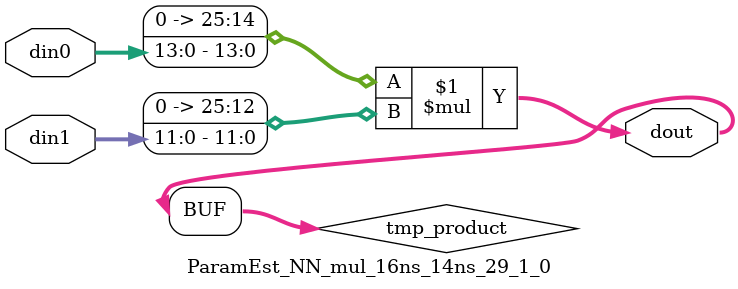
<source format=v>

`timescale 1 ns / 1 ps

  module ParamEst_NN_mul_16ns_14ns_29_1_0(din0, din1, dout);
parameter ID = 1;
parameter NUM_STAGE = 0;
parameter din0_WIDTH = 14;
parameter din1_WIDTH = 12;
parameter dout_WIDTH = 26;

input [din0_WIDTH - 1 : 0] din0; 
input [din1_WIDTH - 1 : 0] din1; 
output [dout_WIDTH - 1 : 0] dout;

wire signed [dout_WIDTH - 1 : 0] tmp_product;










assign tmp_product = $signed({1'b0, din0}) * $signed({1'b0, din1});











assign dout = tmp_product;







endmodule

</source>
